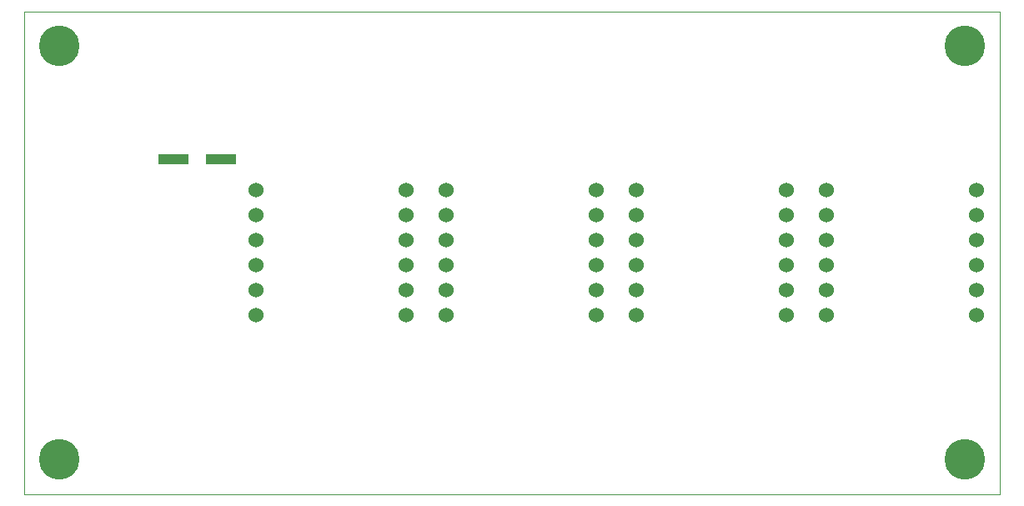
<source format=gts>
G75*
%MOIN*%
%OFA0B0*%
%FSLAX25Y25*%
%IPPOS*%
%LPD*%
%AMOC8*
5,1,8,0,0,1.08239X$1,22.5*
%
%ADD10C,0.00000*%
%ADD11C,0.06000*%
%ADD12R,0.12014X0.04337*%
%ADD13C,0.16211*%
D10*
X0001000Y0006275D02*
X0001000Y0199189D01*
X0390764Y0199189D01*
X0390764Y0006275D01*
X0001000Y0006275D01*
D11*
X0093608Y0077947D03*
X0093608Y0087947D03*
X0093608Y0097947D03*
X0093608Y0107947D03*
X0093608Y0117947D03*
X0093608Y0127947D03*
X0153608Y0127947D03*
X0169608Y0127947D03*
X0169608Y0117947D03*
X0153608Y0117947D03*
X0153608Y0107947D03*
X0169608Y0107947D03*
X0169608Y0097947D03*
X0153608Y0097947D03*
X0153608Y0087947D03*
X0169608Y0087947D03*
X0169608Y0077947D03*
X0153608Y0077947D03*
X0229608Y0077947D03*
X0245608Y0077947D03*
X0245608Y0087947D03*
X0229608Y0087947D03*
X0229608Y0097947D03*
X0245608Y0097947D03*
X0245608Y0107947D03*
X0229608Y0107947D03*
X0229608Y0117947D03*
X0245608Y0117947D03*
X0245608Y0127947D03*
X0229608Y0127947D03*
X0305608Y0127947D03*
X0321669Y0127761D03*
X0321669Y0117761D03*
X0305608Y0117947D03*
X0305608Y0107947D03*
X0321669Y0107761D03*
X0321669Y0097761D03*
X0305608Y0097947D03*
X0305608Y0087947D03*
X0321669Y0087761D03*
X0321669Y0077761D03*
X0305608Y0077947D03*
X0381669Y0077761D03*
X0381669Y0087761D03*
X0381669Y0097761D03*
X0381669Y0107761D03*
X0381669Y0117761D03*
X0381669Y0127761D03*
D12*
X0079583Y0140063D03*
X0060686Y0140063D03*
D13*
X0014780Y0185409D03*
X0014780Y0020055D03*
X0376984Y0020055D03*
X0376984Y0185409D03*
M02*

</source>
